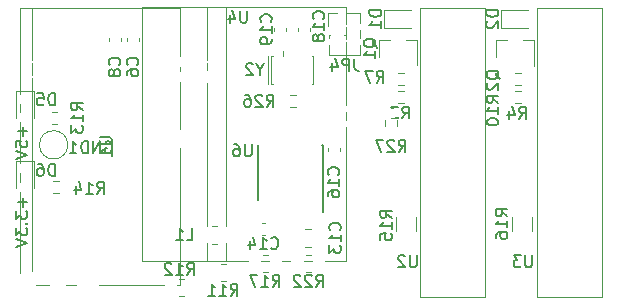
<source format=gbr>
%TF.GenerationSoftware,KiCad,Pcbnew,(5.1.10)-1*%
%TF.CreationDate,2022-01-17T02:07:02+07:00*%
%TF.ProjectId,Power_manager_v3,506f7765-725f-46d6-916e-616765725f76,rev?*%
%TF.SameCoordinates,Original*%
%TF.FileFunction,Legend,Bot*%
%TF.FilePolarity,Positive*%
%FSLAX46Y46*%
G04 Gerber Fmt 4.6, Leading zero omitted, Abs format (unit mm)*
G04 Created by KiCad (PCBNEW (5.1.10)-1) date 2022-01-17 02:07:02*
%MOMM*%
%LPD*%
G01*
G04 APERTURE LIST*
%ADD10C,0.150000*%
%ADD11C,0.120000*%
%ADD12C,1.000000*%
%ADD13R,1.000000X1.000000*%
%ADD14C,1.600000*%
%ADD15R,1.600000X1.600000*%
%ADD16R,2.400000X1.700000*%
%ADD17O,2.400000X1.700000*%
%ADD18O,1.700000X1.700000*%
%ADD19R,1.900000X2.700000*%
%ADD20O,1.000000X1.000000*%
%ADD21C,1.500000*%
%ADD22O,1.600000X1.600000*%
%ADD23C,2.000000*%
%ADD24R,0.400000X3.200000*%
%ADD25R,0.400000X1.000000*%
%ADD26R,0.800000X0.900000*%
%ADD27C,1.800000*%
%ADD28R,1.800000X1.800000*%
%ADD29R,1.800000X1.500000*%
G04 APERTURE END LIST*
D10*
X75941428Y-91142000D02*
X75941428Y-91903904D01*
X76322380Y-91522952D02*
X75560476Y-91522952D01*
X75322380Y-92284857D02*
X75322380Y-92903904D01*
X75703333Y-92570571D01*
X75703333Y-92713428D01*
X75750952Y-92808666D01*
X75798571Y-92856285D01*
X75893809Y-92903904D01*
X76131904Y-92903904D01*
X76227142Y-92856285D01*
X76274761Y-92808666D01*
X76322380Y-92713428D01*
X76322380Y-92427714D01*
X76274761Y-92332476D01*
X76227142Y-92284857D01*
X76227142Y-93332476D02*
X76274761Y-93380095D01*
X76322380Y-93332476D01*
X76274761Y-93284857D01*
X76227142Y-93332476D01*
X76322380Y-93332476D01*
X75322380Y-93713428D02*
X75322380Y-94332476D01*
X75703333Y-93999142D01*
X75703333Y-94142000D01*
X75750952Y-94237238D01*
X75798571Y-94284857D01*
X75893809Y-94332476D01*
X76131904Y-94332476D01*
X76227142Y-94284857D01*
X76274761Y-94237238D01*
X76322380Y-94142000D01*
X76322380Y-93856285D01*
X76274761Y-93761047D01*
X76227142Y-93713428D01*
X75322380Y-94618190D02*
X76322380Y-94951523D01*
X75322380Y-95284857D01*
X75941428Y-85125285D02*
X75941428Y-85887190D01*
X76322380Y-85506238D02*
X75560476Y-85506238D01*
X75322380Y-86839571D02*
X75322380Y-86363380D01*
X75798571Y-86315761D01*
X75750952Y-86363380D01*
X75703333Y-86458619D01*
X75703333Y-86696714D01*
X75750952Y-86791952D01*
X75798571Y-86839571D01*
X75893809Y-86887190D01*
X76131904Y-86887190D01*
X76227142Y-86839571D01*
X76274761Y-86791952D01*
X76322380Y-86696714D01*
X76322380Y-86458619D01*
X76274761Y-86363380D01*
X76227142Y-86315761D01*
X75322380Y-87172904D02*
X76322380Y-87506238D01*
X75322380Y-87839571D01*
D11*
%TO.C,U4*%
X93100500Y-75030000D02*
X93100500Y-96530000D01*
X103311500Y-96530000D02*
X86039500Y-96530000D01*
X91500500Y-75030000D02*
X91500500Y-96530000D01*
X103311500Y-75030000D02*
X86039500Y-75030000D01*
X103311500Y-75030000D02*
X103311500Y-96530000D01*
X86039500Y-75030000D02*
X86039500Y-96530000D01*
%TO.C,U1*%
X89208000Y-98543000D02*
X89208000Y-75043000D01*
X89208000Y-75043000D02*
X75708000Y-75043000D01*
X75708000Y-98543000D02*
X89208000Y-98543000D01*
X76708000Y-98543000D02*
X76708000Y-75043000D01*
X75708000Y-98543000D02*
X75708000Y-75043000D01*
%TO.C,JP4*%
X104505000Y-75502000D02*
X104505000Y-76324470D01*
X104505000Y-78209530D02*
X104505000Y-79032000D01*
X104505000Y-76939530D02*
X104505000Y-77594470D01*
X103300000Y-75502000D02*
X104505000Y-75502000D01*
X101845000Y-79032000D02*
X104505000Y-79032000D01*
X103300000Y-75502000D02*
X103300000Y-76068529D01*
X103300000Y-77195471D02*
X103300000Y-77338529D01*
X103246529Y-77392000D02*
X103103471Y-77392000D01*
X101976529Y-77392000D02*
X101845000Y-77392000D01*
X101845000Y-77392000D02*
X101845000Y-77594470D01*
X101845000Y-78209530D02*
X101845000Y-79032000D01*
X102540000Y-75502000D02*
X101780000Y-75502000D01*
X101780000Y-75502000D02*
X101780000Y-76632000D01*
%TO.C,R27*%
X106589500Y-84585742D02*
X106589500Y-85060258D01*
X107634500Y-84585742D02*
X107634500Y-85060258D01*
%TO.C,L1*%
X91922436Y-95020000D02*
X92376564Y-95020000D01*
X91922436Y-93550000D02*
X92376564Y-93550000D01*
%TO.C,C16*%
X101776000Y-86918420D02*
X101776000Y-87199580D01*
X102796000Y-86918420D02*
X102796000Y-87199580D01*
%TO.C,C14*%
X96444580Y-93267000D02*
X96163420Y-93267000D01*
X96444580Y-94287000D02*
X96163420Y-94287000D01*
%TO.C,GND1*%
X79737000Y-86665000D02*
G75*
G03*
X79737000Y-86665000I-1200000J0D01*
G01*
%TO.C,Y2*%
X100530000Y-81515000D02*
X100380000Y-81515000D01*
X100530000Y-79115000D02*
X100380000Y-79115000D01*
X97980000Y-79115000D02*
X97930000Y-79115000D01*
X96930000Y-79115000D02*
X97080000Y-79115000D01*
X96930000Y-81515000D02*
X97080000Y-81515000D01*
X96730000Y-79515000D02*
X96730000Y-79115000D01*
X96930000Y-79515000D02*
X96930000Y-79115000D01*
X100530000Y-79515000D02*
X100530000Y-79115000D01*
X96730000Y-81515000D02*
X96730000Y-79515000D01*
X97980000Y-79115000D02*
X97980000Y-78715000D01*
X96930000Y-79515000D02*
X96930000Y-81515000D01*
X100530000Y-81515000D02*
X100530000Y-79515000D01*
D10*
%TO.C,U6*%
X95807000Y-91297000D02*
X95807000Y-86647000D01*
X101332000Y-92372000D02*
X101332000Y-86672000D01*
X95807000Y-91297000D02*
X95832000Y-91297000D01*
X95807000Y-86647000D02*
X95832000Y-86647000D01*
X101332000Y-86672000D02*
X101232000Y-86672000D01*
D11*
%TO.C,R26*%
X99030258Y-83504500D02*
X98555742Y-83504500D01*
X99030258Y-82459500D02*
X98555742Y-82459500D01*
%TO.C,R22*%
X99876436Y-95963000D02*
X100330564Y-95963000D01*
X99876436Y-97433000D02*
X100330564Y-97433000D01*
%TO.C,R17*%
X96694564Y-97433000D02*
X96240436Y-97433000D01*
X96694564Y-95963000D02*
X96240436Y-95963000D01*
%TO.C,R12*%
X89582564Y-99465000D02*
X89128436Y-99465000D01*
X89582564Y-97995000D02*
X89128436Y-97995000D01*
%TO.C,R11*%
X93138564Y-98195000D02*
X92684436Y-98195000D01*
X93138564Y-96725000D02*
X92684436Y-96725000D01*
%TO.C,R7*%
X108175258Y-81599500D02*
X107700742Y-81599500D01*
X108175258Y-80554500D02*
X107700742Y-80554500D01*
%TO.C,R3*%
X108175258Y-83123500D02*
X107700742Y-83123500D01*
X108175258Y-82078500D02*
X107700742Y-82078500D01*
%TO.C,Q1*%
X106106000Y-77761000D02*
X106106000Y-79221000D01*
X109266000Y-77761000D02*
X109266000Y-79921000D01*
X109266000Y-77761000D02*
X108336000Y-77761000D01*
X106106000Y-77761000D02*
X107036000Y-77761000D01*
%TO.C,C19*%
X98224000Y-76732420D02*
X98224000Y-77013580D01*
X97204000Y-76732420D02*
X97204000Y-77013580D01*
%TO.C,C18*%
X100256000Y-76732420D02*
X100256000Y-77013580D01*
X99236000Y-76732420D02*
X99236000Y-77013580D01*
%TO.C,C13*%
X100327252Y-95274000D02*
X99804748Y-95274000D01*
X100327252Y-93804000D02*
X99804748Y-93804000D01*
%TO.C,C8*%
X83208000Y-77902580D02*
X83208000Y-77621420D01*
X84228000Y-77902580D02*
X84228000Y-77621420D01*
%TO.C,C6*%
X84758000Y-77902580D02*
X84758000Y-77621420D01*
X85778000Y-77902580D02*
X85778000Y-77621420D01*
%TO.C,R4*%
X118081258Y-83123500D02*
X117606742Y-83123500D01*
X118081258Y-82078500D02*
X117606742Y-82078500D01*
%TO.C,R10*%
X118081258Y-81599500D02*
X117606742Y-81599500D01*
X118081258Y-80554500D02*
X117606742Y-80554500D01*
%TO.C,Q2*%
X116012000Y-77793000D02*
X116012000Y-79253000D01*
X119172000Y-77793000D02*
X119172000Y-79953000D01*
X119172000Y-77793000D02*
X118242000Y-77793000D01*
X116012000Y-77793000D02*
X116942000Y-77793000D01*
%TO.C,R14*%
X78490742Y-89698500D02*
X78965258Y-89698500D01*
X78490742Y-90743500D02*
X78965258Y-90743500D01*
%TO.C,D6*%
X76859000Y-87999500D02*
X76859000Y-90284500D01*
X75389000Y-87999500D02*
X76859000Y-87999500D01*
X75389000Y-90284500D02*
X75389000Y-87999500D01*
%TO.C,U2*%
X115066000Y-75050000D02*
X115066000Y-99550000D01*
X115066000Y-75050000D02*
X109566000Y-75050000D01*
X109566000Y-75050000D02*
X109566000Y-99550000D01*
X115066000Y-99550000D02*
X109566000Y-99550000D01*
%TO.C,R16*%
X119011000Y-93972000D02*
X119011000Y-92772000D01*
X117311000Y-92772000D02*
X117311000Y-93972000D01*
%TO.C,R15*%
X109232000Y-93972000D02*
X109232000Y-92772000D01*
X107532000Y-92772000D02*
X107532000Y-93972000D01*
%TO.C,D2*%
X116384000Y-75262000D02*
X118669000Y-75262000D01*
X116384000Y-76732000D02*
X116384000Y-75262000D01*
X118669000Y-76732000D02*
X116384000Y-76732000D01*
%TO.C,D1*%
X106478000Y-75262000D02*
X108763000Y-75262000D01*
X106478000Y-76732000D02*
X106478000Y-75262000D01*
X108763000Y-76732000D02*
X106478000Y-76732000D01*
%TO.C,R13*%
X78362742Y-83856500D02*
X78837258Y-83856500D01*
X78362742Y-84901500D02*
X78837258Y-84901500D01*
%TO.C,D5*%
X76859000Y-82106500D02*
X76859000Y-84391500D01*
X75389000Y-82106500D02*
X76859000Y-82106500D01*
X75389000Y-84391500D02*
X75389000Y-82106500D01*
%TO.C,U3*%
X124972000Y-75050000D02*
X124972000Y-99550000D01*
X124972000Y-75050000D02*
X119472000Y-75050000D01*
X119472000Y-75050000D02*
X119472000Y-99550000D01*
X124972000Y-99550000D02*
X119472000Y-99550000D01*
%TO.C,U4*%
D10*
X94919904Y-75322380D02*
X94919904Y-76131904D01*
X94872285Y-76227142D01*
X94824666Y-76274761D01*
X94729428Y-76322380D01*
X94538952Y-76322380D01*
X94443714Y-76274761D01*
X94396095Y-76227142D01*
X94348476Y-76131904D01*
X94348476Y-75322380D01*
X93443714Y-75655714D02*
X93443714Y-76322380D01*
X93681809Y-75274761D02*
X93919904Y-75989047D01*
X93300857Y-75989047D01*
%TO.C,U1*%
X82460380Y-86031095D02*
X83269904Y-86031095D01*
X83365142Y-86078714D01*
X83412761Y-86126333D01*
X83460380Y-86221571D01*
X83460380Y-86412047D01*
X83412761Y-86507285D01*
X83365142Y-86554904D01*
X83269904Y-86602523D01*
X82460380Y-86602523D01*
X83460380Y-87602523D02*
X83460380Y-87031095D01*
X83460380Y-87316809D02*
X82460380Y-87316809D01*
X82603238Y-87221571D01*
X82698476Y-87126333D01*
X82746095Y-87031095D01*
%TO.C,JP4*%
X104008333Y-79386380D02*
X104008333Y-80100666D01*
X104055952Y-80243523D01*
X104151190Y-80338761D01*
X104294047Y-80386380D01*
X104389285Y-80386380D01*
X103532142Y-80386380D02*
X103532142Y-79386380D01*
X103151190Y-79386380D01*
X103055952Y-79434000D01*
X103008333Y-79481619D01*
X102960714Y-79576857D01*
X102960714Y-79719714D01*
X103008333Y-79814952D01*
X103055952Y-79862571D01*
X103151190Y-79910190D01*
X103532142Y-79910190D01*
X102103571Y-79719714D02*
X102103571Y-80386380D01*
X102341666Y-79338761D02*
X102579761Y-80053047D01*
X101960714Y-80053047D01*
%TO.C,R27*%
X107754857Y-87244380D02*
X108088190Y-86768190D01*
X108326285Y-87244380D02*
X108326285Y-86244380D01*
X107945333Y-86244380D01*
X107850095Y-86292000D01*
X107802476Y-86339619D01*
X107754857Y-86434857D01*
X107754857Y-86577714D01*
X107802476Y-86672952D01*
X107850095Y-86720571D01*
X107945333Y-86768190D01*
X108326285Y-86768190D01*
X107373904Y-86339619D02*
X107326285Y-86292000D01*
X107231047Y-86244380D01*
X106992952Y-86244380D01*
X106897714Y-86292000D01*
X106850095Y-86339619D01*
X106802476Y-86434857D01*
X106802476Y-86530095D01*
X106850095Y-86672952D01*
X107421523Y-87244380D01*
X106802476Y-87244380D01*
X106469142Y-86244380D02*
X105802476Y-86244380D01*
X106231047Y-87244380D01*
%TO.C,L1*%
X89799666Y-94737380D02*
X90275857Y-94737380D01*
X90275857Y-93737380D01*
X88942523Y-94737380D02*
X89513952Y-94737380D01*
X89228238Y-94737380D02*
X89228238Y-93737380D01*
X89323476Y-93880238D01*
X89418714Y-93975476D01*
X89513952Y-94023095D01*
%TO.C,C16*%
X102643142Y-89197142D02*
X102690761Y-89149523D01*
X102738380Y-89006666D01*
X102738380Y-88911428D01*
X102690761Y-88768571D01*
X102595523Y-88673333D01*
X102500285Y-88625714D01*
X102309809Y-88578095D01*
X102166952Y-88578095D01*
X101976476Y-88625714D01*
X101881238Y-88673333D01*
X101786000Y-88768571D01*
X101738380Y-88911428D01*
X101738380Y-89006666D01*
X101786000Y-89149523D01*
X101833619Y-89197142D01*
X102738380Y-90149523D02*
X102738380Y-89578095D01*
X102738380Y-89863809D02*
X101738380Y-89863809D01*
X101881238Y-89768571D01*
X101976476Y-89673333D01*
X102024095Y-89578095D01*
X101738380Y-91006666D02*
X101738380Y-90816190D01*
X101786000Y-90720952D01*
X101833619Y-90673333D01*
X101976476Y-90578095D01*
X102166952Y-90530476D01*
X102547904Y-90530476D01*
X102643142Y-90578095D01*
X102690761Y-90625714D01*
X102738380Y-90720952D01*
X102738380Y-90911428D01*
X102690761Y-91006666D01*
X102643142Y-91054285D01*
X102547904Y-91101904D01*
X102309809Y-91101904D01*
X102214571Y-91054285D01*
X102166952Y-91006666D01*
X102119333Y-90911428D01*
X102119333Y-90720952D01*
X102166952Y-90625714D01*
X102214571Y-90578095D01*
X102309809Y-90530476D01*
%TO.C,C14*%
X96959857Y-95404142D02*
X97007476Y-95451761D01*
X97150333Y-95499380D01*
X97245571Y-95499380D01*
X97388428Y-95451761D01*
X97483666Y-95356523D01*
X97531285Y-95261285D01*
X97578904Y-95070809D01*
X97578904Y-94927952D01*
X97531285Y-94737476D01*
X97483666Y-94642238D01*
X97388428Y-94547000D01*
X97245571Y-94499380D01*
X97150333Y-94499380D01*
X97007476Y-94547000D01*
X96959857Y-94594619D01*
X96007476Y-95499380D02*
X96578904Y-95499380D01*
X96293190Y-95499380D02*
X96293190Y-94499380D01*
X96388428Y-94642238D01*
X96483666Y-94737476D01*
X96578904Y-94785095D01*
X95150333Y-94832714D02*
X95150333Y-95499380D01*
X95388428Y-94451761D02*
X95626523Y-95166047D01*
X95007476Y-95166047D01*
%TO.C,GND1*%
X82950095Y-86419000D02*
X83045333Y-86371380D01*
X83188190Y-86371380D01*
X83331047Y-86419000D01*
X83426285Y-86514238D01*
X83473904Y-86609476D01*
X83521523Y-86799952D01*
X83521523Y-86942809D01*
X83473904Y-87133285D01*
X83426285Y-87228523D01*
X83331047Y-87323761D01*
X83188190Y-87371380D01*
X83092952Y-87371380D01*
X82950095Y-87323761D01*
X82902476Y-87276142D01*
X82902476Y-86942809D01*
X83092952Y-86942809D01*
X82473904Y-87371380D02*
X82473904Y-86371380D01*
X81902476Y-87371380D01*
X81902476Y-86371380D01*
X81426285Y-87371380D02*
X81426285Y-86371380D01*
X81188190Y-86371380D01*
X81045333Y-86419000D01*
X80950095Y-86514238D01*
X80902476Y-86609476D01*
X80854857Y-86799952D01*
X80854857Y-86942809D01*
X80902476Y-87133285D01*
X80950095Y-87228523D01*
X81045333Y-87323761D01*
X81188190Y-87371380D01*
X81426285Y-87371380D01*
X79902476Y-87371380D02*
X80473904Y-87371380D01*
X80188190Y-87371380D02*
X80188190Y-86371380D01*
X80283428Y-86514238D01*
X80378666Y-86609476D01*
X80473904Y-86657095D01*
%TO.C,Y2*%
X96031190Y-80291190D02*
X96031190Y-80767380D01*
X96364523Y-79767380D02*
X96031190Y-80291190D01*
X95697857Y-79767380D01*
X95412142Y-79862619D02*
X95364523Y-79815000D01*
X95269285Y-79767380D01*
X95031190Y-79767380D01*
X94935952Y-79815000D01*
X94888333Y-79862619D01*
X94840714Y-79957857D01*
X94840714Y-80053095D01*
X94888333Y-80195952D01*
X95459761Y-80767380D01*
X94840714Y-80767380D01*
%TO.C,U6*%
X95300904Y-86625380D02*
X95300904Y-87434904D01*
X95253285Y-87530142D01*
X95205666Y-87577761D01*
X95110428Y-87625380D01*
X94919952Y-87625380D01*
X94824714Y-87577761D01*
X94777095Y-87530142D01*
X94729476Y-87434904D01*
X94729476Y-86625380D01*
X93824714Y-86625380D02*
X94015190Y-86625380D01*
X94110428Y-86673000D01*
X94158047Y-86720619D01*
X94253285Y-86863476D01*
X94300904Y-87053952D01*
X94300904Y-87434904D01*
X94253285Y-87530142D01*
X94205666Y-87577761D01*
X94110428Y-87625380D01*
X93919952Y-87625380D01*
X93824714Y-87577761D01*
X93777095Y-87530142D01*
X93729476Y-87434904D01*
X93729476Y-87196809D01*
X93777095Y-87101571D01*
X93824714Y-87053952D01*
X93919952Y-87006333D01*
X94110428Y-87006333D01*
X94205666Y-87053952D01*
X94253285Y-87101571D01*
X94300904Y-87196809D01*
%TO.C,R26*%
X96578857Y-83434380D02*
X96912190Y-82958190D01*
X97150285Y-83434380D02*
X97150285Y-82434380D01*
X96769333Y-82434380D01*
X96674095Y-82482000D01*
X96626476Y-82529619D01*
X96578857Y-82624857D01*
X96578857Y-82767714D01*
X96626476Y-82862952D01*
X96674095Y-82910571D01*
X96769333Y-82958190D01*
X97150285Y-82958190D01*
X96197904Y-82529619D02*
X96150285Y-82482000D01*
X96055047Y-82434380D01*
X95816952Y-82434380D01*
X95721714Y-82482000D01*
X95674095Y-82529619D01*
X95626476Y-82624857D01*
X95626476Y-82720095D01*
X95674095Y-82862952D01*
X96245523Y-83434380D01*
X95626476Y-83434380D01*
X94769333Y-82434380D02*
X94959809Y-82434380D01*
X95055047Y-82482000D01*
X95102666Y-82529619D01*
X95197904Y-82672476D01*
X95245523Y-82862952D01*
X95245523Y-83243904D01*
X95197904Y-83339142D01*
X95150285Y-83386761D01*
X95055047Y-83434380D01*
X94864571Y-83434380D01*
X94769333Y-83386761D01*
X94721714Y-83339142D01*
X94674095Y-83243904D01*
X94674095Y-83005809D01*
X94721714Y-82910571D01*
X94769333Y-82862952D01*
X94864571Y-82815333D01*
X95055047Y-82815333D01*
X95150285Y-82862952D01*
X95197904Y-82910571D01*
X95245523Y-83005809D01*
%TO.C,R22*%
X100769857Y-98674380D02*
X101103190Y-98198190D01*
X101341285Y-98674380D02*
X101341285Y-97674380D01*
X100960333Y-97674380D01*
X100865095Y-97722000D01*
X100817476Y-97769619D01*
X100769857Y-97864857D01*
X100769857Y-98007714D01*
X100817476Y-98102952D01*
X100865095Y-98150571D01*
X100960333Y-98198190D01*
X101341285Y-98198190D01*
X100388904Y-97769619D02*
X100341285Y-97722000D01*
X100246047Y-97674380D01*
X100007952Y-97674380D01*
X99912714Y-97722000D01*
X99865095Y-97769619D01*
X99817476Y-97864857D01*
X99817476Y-97960095D01*
X99865095Y-98102952D01*
X100436523Y-98674380D01*
X99817476Y-98674380D01*
X99436523Y-97769619D02*
X99388904Y-97722000D01*
X99293666Y-97674380D01*
X99055571Y-97674380D01*
X98960333Y-97722000D01*
X98912714Y-97769619D01*
X98865095Y-97864857D01*
X98865095Y-97960095D01*
X98912714Y-98102952D01*
X99484142Y-98674380D01*
X98865095Y-98674380D01*
%TO.C,R17*%
X97086857Y-98674380D02*
X97420190Y-98198190D01*
X97658285Y-98674380D02*
X97658285Y-97674380D01*
X97277333Y-97674380D01*
X97182095Y-97722000D01*
X97134476Y-97769619D01*
X97086857Y-97864857D01*
X97086857Y-98007714D01*
X97134476Y-98102952D01*
X97182095Y-98150571D01*
X97277333Y-98198190D01*
X97658285Y-98198190D01*
X96134476Y-98674380D02*
X96705904Y-98674380D01*
X96420190Y-98674380D02*
X96420190Y-97674380D01*
X96515428Y-97817238D01*
X96610666Y-97912476D01*
X96705904Y-97960095D01*
X95801142Y-97674380D02*
X95134476Y-97674380D01*
X95563047Y-98674380D01*
%TO.C,R12*%
X89847857Y-97658380D02*
X90181190Y-97182190D01*
X90419285Y-97658380D02*
X90419285Y-96658380D01*
X90038333Y-96658380D01*
X89943095Y-96706000D01*
X89895476Y-96753619D01*
X89847857Y-96848857D01*
X89847857Y-96991714D01*
X89895476Y-97086952D01*
X89943095Y-97134571D01*
X90038333Y-97182190D01*
X90419285Y-97182190D01*
X88895476Y-97658380D02*
X89466904Y-97658380D01*
X89181190Y-97658380D02*
X89181190Y-96658380D01*
X89276428Y-96801238D01*
X89371666Y-96896476D01*
X89466904Y-96944095D01*
X88514523Y-96753619D02*
X88466904Y-96706000D01*
X88371666Y-96658380D01*
X88133571Y-96658380D01*
X88038333Y-96706000D01*
X87990714Y-96753619D01*
X87943095Y-96848857D01*
X87943095Y-96944095D01*
X87990714Y-97086952D01*
X88562142Y-97658380D01*
X87943095Y-97658380D01*
%TO.C,R11*%
X93530857Y-99436380D02*
X93864190Y-98960190D01*
X94102285Y-99436380D02*
X94102285Y-98436380D01*
X93721333Y-98436380D01*
X93626095Y-98484000D01*
X93578476Y-98531619D01*
X93530857Y-98626857D01*
X93530857Y-98769714D01*
X93578476Y-98864952D01*
X93626095Y-98912571D01*
X93721333Y-98960190D01*
X94102285Y-98960190D01*
X92578476Y-99436380D02*
X93149904Y-99436380D01*
X92864190Y-99436380D02*
X92864190Y-98436380D01*
X92959428Y-98579238D01*
X93054666Y-98674476D01*
X93149904Y-98722095D01*
X91626095Y-99436380D02*
X92197523Y-99436380D01*
X91911809Y-99436380D02*
X91911809Y-98436380D01*
X92007047Y-98579238D01*
X92102285Y-98674476D01*
X92197523Y-98722095D01*
%TO.C,R7*%
X105882666Y-81402380D02*
X106216000Y-80926190D01*
X106454095Y-81402380D02*
X106454095Y-80402380D01*
X106073142Y-80402380D01*
X105977904Y-80450000D01*
X105930285Y-80497619D01*
X105882666Y-80592857D01*
X105882666Y-80735714D01*
X105930285Y-80830952D01*
X105977904Y-80878571D01*
X106073142Y-80926190D01*
X106454095Y-80926190D01*
X105549333Y-80402380D02*
X104882666Y-80402380D01*
X105311238Y-81402380D01*
%TO.C,R3*%
X108040666Y-84424980D02*
X108374000Y-83948790D01*
X108612095Y-84424980D02*
X108612095Y-83424980D01*
X108231142Y-83424980D01*
X108135904Y-83472600D01*
X108088285Y-83520219D01*
X108040666Y-83615457D01*
X108040666Y-83758314D01*
X108088285Y-83853552D01*
X108135904Y-83901171D01*
X108231142Y-83948790D01*
X108612095Y-83948790D01*
X107707333Y-83424980D02*
X107088285Y-83424980D01*
X107421619Y-83805933D01*
X107278761Y-83805933D01*
X107183523Y-83853552D01*
X107135904Y-83901171D01*
X107088285Y-83996409D01*
X107088285Y-84234504D01*
X107135904Y-84329742D01*
X107183523Y-84377361D01*
X107278761Y-84424980D01*
X107564476Y-84424980D01*
X107659714Y-84377361D01*
X107707333Y-84329742D01*
%TO.C,Q1*%
X105881619Y-78425761D02*
X105834000Y-78330523D01*
X105738761Y-78235285D01*
X105595904Y-78092428D01*
X105548285Y-77997190D01*
X105548285Y-77901952D01*
X105786380Y-77949571D02*
X105738761Y-77854333D01*
X105643523Y-77759095D01*
X105453047Y-77711476D01*
X105119714Y-77711476D01*
X104929238Y-77759095D01*
X104834000Y-77854333D01*
X104786380Y-77949571D01*
X104786380Y-78140047D01*
X104834000Y-78235285D01*
X104929238Y-78330523D01*
X105119714Y-78378142D01*
X105453047Y-78378142D01*
X105643523Y-78330523D01*
X105738761Y-78235285D01*
X105786380Y-78140047D01*
X105786380Y-77949571D01*
X105786380Y-79330523D02*
X105786380Y-78759095D01*
X105786380Y-79044809D02*
X104786380Y-79044809D01*
X104929238Y-78949571D01*
X105024476Y-78854333D01*
X105072095Y-78759095D01*
%TO.C,C19*%
X96928142Y-76243142D02*
X96975761Y-76195523D01*
X97023380Y-76052666D01*
X97023380Y-75957428D01*
X96975761Y-75814571D01*
X96880523Y-75719333D01*
X96785285Y-75671714D01*
X96594809Y-75624095D01*
X96451952Y-75624095D01*
X96261476Y-75671714D01*
X96166238Y-75719333D01*
X96071000Y-75814571D01*
X96023380Y-75957428D01*
X96023380Y-76052666D01*
X96071000Y-76195523D01*
X96118619Y-76243142D01*
X97023380Y-77195523D02*
X97023380Y-76624095D01*
X97023380Y-76909809D02*
X96023380Y-76909809D01*
X96166238Y-76814571D01*
X96261476Y-76719333D01*
X96309095Y-76624095D01*
X97023380Y-77671714D02*
X97023380Y-77862190D01*
X96975761Y-77957428D01*
X96928142Y-78005047D01*
X96785285Y-78100285D01*
X96594809Y-78147904D01*
X96213857Y-78147904D01*
X96118619Y-78100285D01*
X96071000Y-78052666D01*
X96023380Y-77957428D01*
X96023380Y-77766952D01*
X96071000Y-77671714D01*
X96118619Y-77624095D01*
X96213857Y-77576476D01*
X96451952Y-77576476D01*
X96547190Y-77624095D01*
X96594809Y-77671714D01*
X96642428Y-77766952D01*
X96642428Y-77957428D01*
X96594809Y-78052666D01*
X96547190Y-78100285D01*
X96451952Y-78147904D01*
%TO.C,C18*%
X101373142Y-75989142D02*
X101420761Y-75941523D01*
X101468380Y-75798666D01*
X101468380Y-75703428D01*
X101420761Y-75560571D01*
X101325523Y-75465333D01*
X101230285Y-75417714D01*
X101039809Y-75370095D01*
X100896952Y-75370095D01*
X100706476Y-75417714D01*
X100611238Y-75465333D01*
X100516000Y-75560571D01*
X100468380Y-75703428D01*
X100468380Y-75798666D01*
X100516000Y-75941523D01*
X100563619Y-75989142D01*
X101468380Y-76941523D02*
X101468380Y-76370095D01*
X101468380Y-76655809D02*
X100468380Y-76655809D01*
X100611238Y-76560571D01*
X100706476Y-76465333D01*
X100754095Y-76370095D01*
X100896952Y-77512952D02*
X100849333Y-77417714D01*
X100801714Y-77370095D01*
X100706476Y-77322476D01*
X100658857Y-77322476D01*
X100563619Y-77370095D01*
X100516000Y-77417714D01*
X100468380Y-77512952D01*
X100468380Y-77703428D01*
X100516000Y-77798666D01*
X100563619Y-77846285D01*
X100658857Y-77893904D01*
X100706476Y-77893904D01*
X100801714Y-77846285D01*
X100849333Y-77798666D01*
X100896952Y-77703428D01*
X100896952Y-77512952D01*
X100944571Y-77417714D01*
X100992190Y-77370095D01*
X101087428Y-77322476D01*
X101277904Y-77322476D01*
X101373142Y-77370095D01*
X101420761Y-77417714D01*
X101468380Y-77512952D01*
X101468380Y-77703428D01*
X101420761Y-77798666D01*
X101373142Y-77846285D01*
X101277904Y-77893904D01*
X101087428Y-77893904D01*
X100992190Y-77846285D01*
X100944571Y-77798666D01*
X100896952Y-77703428D01*
%TO.C,C13*%
X102770142Y-93896142D02*
X102817761Y-93848523D01*
X102865380Y-93705666D01*
X102865380Y-93610428D01*
X102817761Y-93467571D01*
X102722523Y-93372333D01*
X102627285Y-93324714D01*
X102436809Y-93277095D01*
X102293952Y-93277095D01*
X102103476Y-93324714D01*
X102008238Y-93372333D01*
X101913000Y-93467571D01*
X101865380Y-93610428D01*
X101865380Y-93705666D01*
X101913000Y-93848523D01*
X101960619Y-93896142D01*
X102865380Y-94848523D02*
X102865380Y-94277095D01*
X102865380Y-94562809D02*
X101865380Y-94562809D01*
X102008238Y-94467571D01*
X102103476Y-94372333D01*
X102151095Y-94277095D01*
X101865380Y-95181857D02*
X101865380Y-95800904D01*
X102246333Y-95467571D01*
X102246333Y-95610428D01*
X102293952Y-95705666D01*
X102341571Y-95753285D01*
X102436809Y-95800904D01*
X102674904Y-95800904D01*
X102770142Y-95753285D01*
X102817761Y-95705666D01*
X102865380Y-95610428D01*
X102865380Y-95324714D01*
X102817761Y-95229476D01*
X102770142Y-95181857D01*
%TO.C,C8*%
X84101142Y-79894333D02*
X84148761Y-79846714D01*
X84196380Y-79703857D01*
X84196380Y-79608619D01*
X84148761Y-79465761D01*
X84053523Y-79370523D01*
X83958285Y-79322904D01*
X83767809Y-79275285D01*
X83624952Y-79275285D01*
X83434476Y-79322904D01*
X83339238Y-79370523D01*
X83244000Y-79465761D01*
X83196380Y-79608619D01*
X83196380Y-79703857D01*
X83244000Y-79846714D01*
X83291619Y-79894333D01*
X83624952Y-80465761D02*
X83577333Y-80370523D01*
X83529714Y-80322904D01*
X83434476Y-80275285D01*
X83386857Y-80275285D01*
X83291619Y-80322904D01*
X83244000Y-80370523D01*
X83196380Y-80465761D01*
X83196380Y-80656238D01*
X83244000Y-80751476D01*
X83291619Y-80799095D01*
X83386857Y-80846714D01*
X83434476Y-80846714D01*
X83529714Y-80799095D01*
X83577333Y-80751476D01*
X83624952Y-80656238D01*
X83624952Y-80465761D01*
X83672571Y-80370523D01*
X83720190Y-80322904D01*
X83815428Y-80275285D01*
X84005904Y-80275285D01*
X84101142Y-80322904D01*
X84148761Y-80370523D01*
X84196380Y-80465761D01*
X84196380Y-80656238D01*
X84148761Y-80751476D01*
X84101142Y-80799095D01*
X84005904Y-80846714D01*
X83815428Y-80846714D01*
X83720190Y-80799095D01*
X83672571Y-80751476D01*
X83624952Y-80656238D01*
%TO.C,C6*%
X85625142Y-79894333D02*
X85672761Y-79846714D01*
X85720380Y-79703857D01*
X85720380Y-79608619D01*
X85672761Y-79465761D01*
X85577523Y-79370523D01*
X85482285Y-79322904D01*
X85291809Y-79275285D01*
X85148952Y-79275285D01*
X84958476Y-79322904D01*
X84863238Y-79370523D01*
X84768000Y-79465761D01*
X84720380Y-79608619D01*
X84720380Y-79703857D01*
X84768000Y-79846714D01*
X84815619Y-79894333D01*
X84720380Y-80751476D02*
X84720380Y-80561000D01*
X84768000Y-80465761D01*
X84815619Y-80418142D01*
X84958476Y-80322904D01*
X85148952Y-80275285D01*
X85529904Y-80275285D01*
X85625142Y-80322904D01*
X85672761Y-80370523D01*
X85720380Y-80465761D01*
X85720380Y-80656238D01*
X85672761Y-80751476D01*
X85625142Y-80799095D01*
X85529904Y-80846714D01*
X85291809Y-80846714D01*
X85196571Y-80799095D01*
X85148952Y-80751476D01*
X85101333Y-80656238D01*
X85101333Y-80465761D01*
X85148952Y-80370523D01*
X85196571Y-80322904D01*
X85291809Y-80275285D01*
%TO.C,R4*%
X117946666Y-84450380D02*
X118280000Y-83974190D01*
X118518095Y-84450380D02*
X118518095Y-83450380D01*
X118137142Y-83450380D01*
X118041904Y-83498000D01*
X117994285Y-83545619D01*
X117946666Y-83640857D01*
X117946666Y-83783714D01*
X117994285Y-83878952D01*
X118041904Y-83926571D01*
X118137142Y-83974190D01*
X118518095Y-83974190D01*
X117089523Y-83783714D02*
X117089523Y-84450380D01*
X117327619Y-83402761D02*
X117565714Y-84117047D01*
X116946666Y-84117047D01*
%TO.C,R10*%
X116200380Y-83101142D02*
X115724190Y-82767809D01*
X116200380Y-82529714D02*
X115200380Y-82529714D01*
X115200380Y-82910666D01*
X115248000Y-83005904D01*
X115295619Y-83053523D01*
X115390857Y-83101142D01*
X115533714Y-83101142D01*
X115628952Y-83053523D01*
X115676571Y-83005904D01*
X115724190Y-82910666D01*
X115724190Y-82529714D01*
X116200380Y-84053523D02*
X116200380Y-83482095D01*
X116200380Y-83767809D02*
X115200380Y-83767809D01*
X115343238Y-83672571D01*
X115438476Y-83577333D01*
X115486095Y-83482095D01*
X115200380Y-84672571D02*
X115200380Y-84767809D01*
X115248000Y-84863047D01*
X115295619Y-84910666D01*
X115390857Y-84958285D01*
X115581333Y-85005904D01*
X115819428Y-85005904D01*
X116009904Y-84958285D01*
X116105142Y-84910666D01*
X116152761Y-84863047D01*
X116200380Y-84767809D01*
X116200380Y-84672571D01*
X116152761Y-84577333D01*
X116105142Y-84529714D01*
X116009904Y-84482095D01*
X115819428Y-84434476D01*
X115581333Y-84434476D01*
X115390857Y-84482095D01*
X115295619Y-84529714D01*
X115248000Y-84577333D01*
X115200380Y-84672571D01*
%TO.C,Q2*%
X116295619Y-81108761D02*
X116248000Y-81013523D01*
X116152761Y-80918285D01*
X116009904Y-80775428D01*
X115962285Y-80680190D01*
X115962285Y-80584952D01*
X116200380Y-80632571D02*
X116152761Y-80537333D01*
X116057523Y-80442095D01*
X115867047Y-80394476D01*
X115533714Y-80394476D01*
X115343238Y-80442095D01*
X115248000Y-80537333D01*
X115200380Y-80632571D01*
X115200380Y-80823047D01*
X115248000Y-80918285D01*
X115343238Y-81013523D01*
X115533714Y-81061142D01*
X115867047Y-81061142D01*
X116057523Y-81013523D01*
X116152761Y-80918285D01*
X116200380Y-80823047D01*
X116200380Y-80632571D01*
X115295619Y-81442095D02*
X115248000Y-81489714D01*
X115200380Y-81584952D01*
X115200380Y-81823047D01*
X115248000Y-81918285D01*
X115295619Y-81965904D01*
X115390857Y-82013523D01*
X115486095Y-82013523D01*
X115628952Y-81965904D01*
X116200380Y-81394476D01*
X116200380Y-82013523D01*
%TO.C,R14*%
X82227857Y-90800380D02*
X82561190Y-90324190D01*
X82799285Y-90800380D02*
X82799285Y-89800380D01*
X82418333Y-89800380D01*
X82323095Y-89848000D01*
X82275476Y-89895619D01*
X82227857Y-89990857D01*
X82227857Y-90133714D01*
X82275476Y-90228952D01*
X82323095Y-90276571D01*
X82418333Y-90324190D01*
X82799285Y-90324190D01*
X81275476Y-90800380D02*
X81846904Y-90800380D01*
X81561190Y-90800380D02*
X81561190Y-89800380D01*
X81656428Y-89943238D01*
X81751666Y-90038476D01*
X81846904Y-90086095D01*
X80418333Y-90133714D02*
X80418333Y-90800380D01*
X80656428Y-89752761D02*
X80894523Y-90467047D01*
X80275476Y-90467047D01*
%TO.C,D6*%
X78640095Y-89276380D02*
X78640095Y-88276380D01*
X78402000Y-88276380D01*
X78259142Y-88324000D01*
X78163904Y-88419238D01*
X78116285Y-88514476D01*
X78068666Y-88704952D01*
X78068666Y-88847809D01*
X78116285Y-89038285D01*
X78163904Y-89133523D01*
X78259142Y-89228761D01*
X78402000Y-89276380D01*
X78640095Y-89276380D01*
X77211523Y-88276380D02*
X77402000Y-88276380D01*
X77497238Y-88324000D01*
X77544857Y-88371619D01*
X77640095Y-88514476D01*
X77687714Y-88704952D01*
X77687714Y-89085904D01*
X77640095Y-89181142D01*
X77592476Y-89228761D01*
X77497238Y-89276380D01*
X77306761Y-89276380D01*
X77211523Y-89228761D01*
X77163904Y-89181142D01*
X77116285Y-89085904D01*
X77116285Y-88847809D01*
X77163904Y-88752571D01*
X77211523Y-88704952D01*
X77306761Y-88657333D01*
X77497238Y-88657333D01*
X77592476Y-88704952D01*
X77640095Y-88752571D01*
X77687714Y-88847809D01*
%TO.C,U2*%
X109270904Y-96023380D02*
X109270904Y-96832904D01*
X109223285Y-96928142D01*
X109175666Y-96975761D01*
X109080428Y-97023380D01*
X108889952Y-97023380D01*
X108794714Y-96975761D01*
X108747095Y-96928142D01*
X108699476Y-96832904D01*
X108699476Y-96023380D01*
X108270904Y-96118619D02*
X108223285Y-96071000D01*
X108128047Y-96023380D01*
X107889952Y-96023380D01*
X107794714Y-96071000D01*
X107747095Y-96118619D01*
X107699476Y-96213857D01*
X107699476Y-96309095D01*
X107747095Y-96451952D01*
X108318523Y-97023380D01*
X107699476Y-97023380D01*
%TO.C,R16*%
X116962380Y-92705142D02*
X116486190Y-92371809D01*
X116962380Y-92133714D02*
X115962380Y-92133714D01*
X115962380Y-92514666D01*
X116010000Y-92609904D01*
X116057619Y-92657523D01*
X116152857Y-92705142D01*
X116295714Y-92705142D01*
X116390952Y-92657523D01*
X116438571Y-92609904D01*
X116486190Y-92514666D01*
X116486190Y-92133714D01*
X116962380Y-93657523D02*
X116962380Y-93086095D01*
X116962380Y-93371809D02*
X115962380Y-93371809D01*
X116105238Y-93276571D01*
X116200476Y-93181333D01*
X116248095Y-93086095D01*
X115962380Y-94514666D02*
X115962380Y-94324190D01*
X116010000Y-94228952D01*
X116057619Y-94181333D01*
X116200476Y-94086095D01*
X116390952Y-94038476D01*
X116771904Y-94038476D01*
X116867142Y-94086095D01*
X116914761Y-94133714D01*
X116962380Y-94228952D01*
X116962380Y-94419428D01*
X116914761Y-94514666D01*
X116867142Y-94562285D01*
X116771904Y-94609904D01*
X116533809Y-94609904D01*
X116438571Y-94562285D01*
X116390952Y-94514666D01*
X116343333Y-94419428D01*
X116343333Y-94228952D01*
X116390952Y-94133714D01*
X116438571Y-94086095D01*
X116533809Y-94038476D01*
%TO.C,R15*%
X107183380Y-92832142D02*
X106707190Y-92498809D01*
X107183380Y-92260714D02*
X106183380Y-92260714D01*
X106183380Y-92641666D01*
X106231000Y-92736904D01*
X106278619Y-92784523D01*
X106373857Y-92832142D01*
X106516714Y-92832142D01*
X106611952Y-92784523D01*
X106659571Y-92736904D01*
X106707190Y-92641666D01*
X106707190Y-92260714D01*
X107183380Y-93784523D02*
X107183380Y-93213095D01*
X107183380Y-93498809D02*
X106183380Y-93498809D01*
X106326238Y-93403571D01*
X106421476Y-93308333D01*
X106469095Y-93213095D01*
X106183380Y-94689285D02*
X106183380Y-94213095D01*
X106659571Y-94165476D01*
X106611952Y-94213095D01*
X106564333Y-94308333D01*
X106564333Y-94546428D01*
X106611952Y-94641666D01*
X106659571Y-94689285D01*
X106754809Y-94736904D01*
X106992904Y-94736904D01*
X107088142Y-94689285D01*
X107135761Y-94641666D01*
X107183380Y-94546428D01*
X107183380Y-94308333D01*
X107135761Y-94213095D01*
X107088142Y-94165476D01*
%TO.C,D2*%
X116187880Y-75258904D02*
X115187880Y-75258904D01*
X115187880Y-75497000D01*
X115235500Y-75639857D01*
X115330738Y-75735095D01*
X115425976Y-75782714D01*
X115616452Y-75830333D01*
X115759309Y-75830333D01*
X115949785Y-75782714D01*
X116045023Y-75735095D01*
X116140261Y-75639857D01*
X116187880Y-75497000D01*
X116187880Y-75258904D01*
X115283119Y-76211285D02*
X115235500Y-76258904D01*
X115187880Y-76354142D01*
X115187880Y-76592238D01*
X115235500Y-76687476D01*
X115283119Y-76735095D01*
X115378357Y-76782714D01*
X115473595Y-76782714D01*
X115616452Y-76735095D01*
X116187880Y-76163666D01*
X116187880Y-76782714D01*
%TO.C,D1*%
X106281880Y-75258904D02*
X105281880Y-75258904D01*
X105281880Y-75497000D01*
X105329500Y-75639857D01*
X105424738Y-75735095D01*
X105519976Y-75782714D01*
X105710452Y-75830333D01*
X105853309Y-75830333D01*
X106043785Y-75782714D01*
X106139023Y-75735095D01*
X106234261Y-75639857D01*
X106281880Y-75497000D01*
X106281880Y-75258904D01*
X106281880Y-76782714D02*
X106281880Y-76211285D01*
X106281880Y-76497000D02*
X105281880Y-76497000D01*
X105424738Y-76401761D01*
X105519976Y-76306523D01*
X105567595Y-76211285D01*
%TO.C,R13*%
X81021380Y-83736142D02*
X80545190Y-83402809D01*
X81021380Y-83164714D02*
X80021380Y-83164714D01*
X80021380Y-83545666D01*
X80069000Y-83640904D01*
X80116619Y-83688523D01*
X80211857Y-83736142D01*
X80354714Y-83736142D01*
X80449952Y-83688523D01*
X80497571Y-83640904D01*
X80545190Y-83545666D01*
X80545190Y-83164714D01*
X81021380Y-84688523D02*
X81021380Y-84117095D01*
X81021380Y-84402809D02*
X80021380Y-84402809D01*
X80164238Y-84307571D01*
X80259476Y-84212333D01*
X80307095Y-84117095D01*
X80021380Y-85021857D02*
X80021380Y-85640904D01*
X80402333Y-85307571D01*
X80402333Y-85450428D01*
X80449952Y-85545666D01*
X80497571Y-85593285D01*
X80592809Y-85640904D01*
X80830904Y-85640904D01*
X80926142Y-85593285D01*
X80973761Y-85545666D01*
X81021380Y-85450428D01*
X81021380Y-85164714D01*
X80973761Y-85069476D01*
X80926142Y-85021857D01*
%TO.C,D5*%
X78640095Y-83307380D02*
X78640095Y-82307380D01*
X78402000Y-82307380D01*
X78259142Y-82355000D01*
X78163904Y-82450238D01*
X78116285Y-82545476D01*
X78068666Y-82735952D01*
X78068666Y-82878809D01*
X78116285Y-83069285D01*
X78163904Y-83164523D01*
X78259142Y-83259761D01*
X78402000Y-83307380D01*
X78640095Y-83307380D01*
X77163904Y-82307380D02*
X77640095Y-82307380D01*
X77687714Y-82783571D01*
X77640095Y-82735952D01*
X77544857Y-82688333D01*
X77306761Y-82688333D01*
X77211523Y-82735952D01*
X77163904Y-82783571D01*
X77116285Y-82878809D01*
X77116285Y-83116904D01*
X77163904Y-83212142D01*
X77211523Y-83259761D01*
X77306761Y-83307380D01*
X77544857Y-83307380D01*
X77640095Y-83259761D01*
X77687714Y-83212142D01*
%TO.C,U3*%
X119049904Y-96023380D02*
X119049904Y-96832904D01*
X119002285Y-96928142D01*
X118954666Y-96975761D01*
X118859428Y-97023380D01*
X118668952Y-97023380D01*
X118573714Y-96975761D01*
X118526095Y-96928142D01*
X118478476Y-96832904D01*
X118478476Y-96023380D01*
X118097523Y-96023380D02*
X117478476Y-96023380D01*
X117811809Y-96404333D01*
X117668952Y-96404333D01*
X117573714Y-96451952D01*
X117526095Y-96499571D01*
X117478476Y-96594809D01*
X117478476Y-96832904D01*
X117526095Y-96928142D01*
X117573714Y-96975761D01*
X117668952Y-97023380D01*
X117954666Y-97023380D01*
X118049904Y-96975761D01*
X118097523Y-96928142D01*
%TD*%
%LPC*%
D12*
%TO.C,U7*%
X104191000Y-84887000D03*
X104191000Y-83617000D03*
X102921000Y-84887000D03*
X102921000Y-83617000D03*
X101651000Y-84887000D03*
D13*
X101651000Y-83617000D03*
D12*
X84379000Y-84887000D03*
X84379000Y-83617000D03*
X83109000Y-84887000D03*
X83109000Y-83617000D03*
X81839000Y-84887000D03*
D13*
X81839000Y-83617000D03*
%TD*%
D14*
%TO.C,U4*%
X87427000Y-94158000D03*
X87427000Y-91618000D03*
X87436500Y-89078000D03*
X87427000Y-83998000D03*
X87427000Y-81458000D03*
X87427000Y-78918000D03*
D15*
X87427000Y-76378000D03*
%TD*%
D16*
%TO.C,U1*%
X81458000Y-97333000D03*
D17*
X81458000Y-92253000D03*
X81458000Y-79553000D03*
X81458000Y-77013000D03*
%TD*%
D18*
%TO.C,J4*%
X118542000Y-98222000D03*
X121082000Y-98222000D03*
D19*
X123622000Y-97714000D03*
%TD*%
D18*
%TO.C,J3*%
X108636000Y-98222000D03*
X111176000Y-98222000D03*
D19*
X113716000Y-97714000D03*
%TD*%
D18*
%TO.C,J1*%
X76378000Y-98222000D03*
X78918000Y-98222000D03*
D19*
X81458000Y-97714000D03*
%TD*%
D20*
%TO.C,JP4*%
X103810000Y-77902000D03*
X103810000Y-76632000D03*
X102540000Y-77902000D03*
D13*
X102540000Y-76632000D03*
%TD*%
D20*
%TO.C,J6*%
X89459000Y-79680000D03*
X89459000Y-80950000D03*
X90729000Y-79680000D03*
X90729000Y-80950000D03*
X91999000Y-79680000D03*
D13*
X91999000Y-80950000D03*
%TD*%
D21*
%TO.C,KP1*%
X89205000Y-86157000D03*
%TD*%
D22*
%TO.C,F1*%
X112700000Y-85522000D03*
D14*
X112700000Y-93142000D03*
%TD*%
%TO.C,R27*%
G36*
G01*
X106837000Y-85248000D02*
X107387000Y-85248000D01*
G75*
G02*
X107587000Y-85448000I0J-200000D01*
G01*
X107587000Y-85848000D01*
G75*
G02*
X107387000Y-86048000I-200000J0D01*
G01*
X106837000Y-86048000D01*
G75*
G02*
X106637000Y-85848000I0J200000D01*
G01*
X106637000Y-85448000D01*
G75*
G02*
X106837000Y-85248000I200000J0D01*
G01*
G37*
G36*
G01*
X106837000Y-83598000D02*
X107387000Y-83598000D01*
G75*
G02*
X107587000Y-83798000I0J-200000D01*
G01*
X107587000Y-84198000D01*
G75*
G02*
X107387000Y-84398000I-200000J0D01*
G01*
X106837000Y-84398000D01*
G75*
G02*
X106637000Y-84198000I0J200000D01*
G01*
X106637000Y-83798000D01*
G75*
G02*
X106837000Y-83598000I200000J0D01*
G01*
G37*
%TD*%
%TO.C,L1*%
G36*
G01*
X92549500Y-94735001D02*
X92549500Y-93834999D01*
G75*
G02*
X92799499Y-93585000I249999J0D01*
G01*
X93324501Y-93585000D01*
G75*
G02*
X93574500Y-93834999I0J-249999D01*
G01*
X93574500Y-94735001D01*
G75*
G02*
X93324501Y-94985000I-249999J0D01*
G01*
X92799499Y-94985000D01*
G75*
G02*
X92549500Y-94735001I0J249999D01*
G01*
G37*
G36*
G01*
X90724500Y-94735001D02*
X90724500Y-93834999D01*
G75*
G02*
X90974499Y-93585000I249999J0D01*
G01*
X91499501Y-93585000D01*
G75*
G02*
X91749500Y-93834999I0J-249999D01*
G01*
X91749500Y-94735001D01*
G75*
G02*
X91499501Y-94985000I-249999J0D01*
G01*
X90974499Y-94985000D01*
G75*
G02*
X90724500Y-94735001I0J249999D01*
G01*
G37*
%TD*%
%TO.C,C16*%
G36*
G01*
X102036000Y-87384000D02*
X102536000Y-87384000D01*
G75*
G02*
X102761000Y-87609000I0J-225000D01*
G01*
X102761000Y-88059000D01*
G75*
G02*
X102536000Y-88284000I-225000J0D01*
G01*
X102036000Y-88284000D01*
G75*
G02*
X101811000Y-88059000I0J225000D01*
G01*
X101811000Y-87609000D01*
G75*
G02*
X102036000Y-87384000I225000J0D01*
G01*
G37*
G36*
G01*
X102036000Y-85834000D02*
X102536000Y-85834000D01*
G75*
G02*
X102761000Y-86059000I0J-225000D01*
G01*
X102761000Y-86509000D01*
G75*
G02*
X102536000Y-86734000I-225000J0D01*
G01*
X102036000Y-86734000D01*
G75*
G02*
X101811000Y-86509000I0J225000D01*
G01*
X101811000Y-86059000D01*
G75*
G02*
X102036000Y-85834000I225000J0D01*
G01*
G37*
%TD*%
%TO.C,C14*%
G36*
G01*
X95979000Y-93527000D02*
X95979000Y-94027000D01*
G75*
G02*
X95754000Y-94252000I-225000J0D01*
G01*
X95304000Y-94252000D01*
G75*
G02*
X95079000Y-94027000I0J225000D01*
G01*
X95079000Y-93527000D01*
G75*
G02*
X95304000Y-93302000I225000J0D01*
G01*
X95754000Y-93302000D01*
G75*
G02*
X95979000Y-93527000I0J-225000D01*
G01*
G37*
G36*
G01*
X97529000Y-93527000D02*
X97529000Y-94027000D01*
G75*
G02*
X97304000Y-94252000I-225000J0D01*
G01*
X96854000Y-94252000D01*
G75*
G02*
X96629000Y-94027000I0J225000D01*
G01*
X96629000Y-93527000D01*
G75*
G02*
X96854000Y-93302000I225000J0D01*
G01*
X97304000Y-93302000D01*
G75*
G02*
X97529000Y-93527000I0J-225000D01*
G01*
G37*
%TD*%
D23*
%TO.C,GND1*%
X78537000Y-86665000D03*
%TD*%
D24*
%TO.C,Y2*%
X99930000Y-80315000D03*
X98730000Y-80315000D03*
X97530000Y-80315000D03*
%TD*%
D25*
%TO.C,U6*%
X100807000Y-86072000D03*
X100157000Y-86072000D03*
X99507000Y-86072000D03*
X98857000Y-86072000D03*
X98207000Y-86072000D03*
X97557000Y-86072000D03*
X96907000Y-86072000D03*
X96257000Y-86072000D03*
X96257000Y-91872000D03*
X96907000Y-91872000D03*
X97557000Y-91872000D03*
X98207000Y-91872000D03*
X98857000Y-91872000D03*
X99507000Y-91872000D03*
X100157000Y-91872000D03*
X100807000Y-91872000D03*
%TD*%
%TO.C,R26*%
G36*
G01*
X98368000Y-82707000D02*
X98368000Y-83257000D01*
G75*
G02*
X98168000Y-83457000I-200000J0D01*
G01*
X97768000Y-83457000D01*
G75*
G02*
X97568000Y-83257000I0J200000D01*
G01*
X97568000Y-82707000D01*
G75*
G02*
X97768000Y-82507000I200000J0D01*
G01*
X98168000Y-82507000D01*
G75*
G02*
X98368000Y-82707000I0J-200000D01*
G01*
G37*
G36*
G01*
X100018000Y-82707000D02*
X100018000Y-83257000D01*
G75*
G02*
X99818000Y-83457000I-200000J0D01*
G01*
X99418000Y-83457000D01*
G75*
G02*
X99218000Y-83257000I0J200000D01*
G01*
X99218000Y-82707000D01*
G75*
G02*
X99418000Y-82507000I200000J0D01*
G01*
X99818000Y-82507000D01*
G75*
G02*
X100018000Y-82707000I0J-200000D01*
G01*
G37*
%TD*%
%TO.C,R22*%
G36*
G01*
X100503500Y-97148001D02*
X100503500Y-96247999D01*
G75*
G02*
X100753499Y-95998000I249999J0D01*
G01*
X101278501Y-95998000D01*
G75*
G02*
X101528500Y-96247999I0J-249999D01*
G01*
X101528500Y-97148001D01*
G75*
G02*
X101278501Y-97398000I-249999J0D01*
G01*
X100753499Y-97398000D01*
G75*
G02*
X100503500Y-97148001I0J249999D01*
G01*
G37*
G36*
G01*
X98678500Y-97148001D02*
X98678500Y-96247999D01*
G75*
G02*
X98928499Y-95998000I249999J0D01*
G01*
X99453501Y-95998000D01*
G75*
G02*
X99703500Y-96247999I0J-249999D01*
G01*
X99703500Y-97148001D01*
G75*
G02*
X99453501Y-97398000I-249999J0D01*
G01*
X98928499Y-97398000D01*
G75*
G02*
X98678500Y-97148001I0J249999D01*
G01*
G37*
%TD*%
%TO.C,R17*%
G36*
G01*
X96067500Y-96247999D02*
X96067500Y-97148001D01*
G75*
G02*
X95817501Y-97398000I-249999J0D01*
G01*
X95292499Y-97398000D01*
G75*
G02*
X95042500Y-97148001I0J249999D01*
G01*
X95042500Y-96247999D01*
G75*
G02*
X95292499Y-95998000I249999J0D01*
G01*
X95817501Y-95998000D01*
G75*
G02*
X96067500Y-96247999I0J-249999D01*
G01*
G37*
G36*
G01*
X97892500Y-96247999D02*
X97892500Y-97148001D01*
G75*
G02*
X97642501Y-97398000I-249999J0D01*
G01*
X97117499Y-97398000D01*
G75*
G02*
X96867500Y-97148001I0J249999D01*
G01*
X96867500Y-96247999D01*
G75*
G02*
X97117499Y-95998000I249999J0D01*
G01*
X97642501Y-95998000D01*
G75*
G02*
X97892500Y-96247999I0J-249999D01*
G01*
G37*
%TD*%
%TO.C,R12*%
G36*
G01*
X88955500Y-98279999D02*
X88955500Y-99180001D01*
G75*
G02*
X88705501Y-99430000I-249999J0D01*
G01*
X88180499Y-99430000D01*
G75*
G02*
X87930500Y-99180001I0J249999D01*
G01*
X87930500Y-98279999D01*
G75*
G02*
X88180499Y-98030000I249999J0D01*
G01*
X88705501Y-98030000D01*
G75*
G02*
X88955500Y-98279999I0J-249999D01*
G01*
G37*
G36*
G01*
X90780500Y-98279999D02*
X90780500Y-99180001D01*
G75*
G02*
X90530501Y-99430000I-249999J0D01*
G01*
X90005499Y-99430000D01*
G75*
G02*
X89755500Y-99180001I0J249999D01*
G01*
X89755500Y-98279999D01*
G75*
G02*
X90005499Y-98030000I249999J0D01*
G01*
X90530501Y-98030000D01*
G75*
G02*
X90780500Y-98279999I0J-249999D01*
G01*
G37*
%TD*%
%TO.C,R11*%
G36*
G01*
X92511500Y-97009999D02*
X92511500Y-97910001D01*
G75*
G02*
X92261501Y-98160000I-249999J0D01*
G01*
X91736499Y-98160000D01*
G75*
G02*
X91486500Y-97910001I0J249999D01*
G01*
X91486500Y-97009999D01*
G75*
G02*
X91736499Y-96760000I249999J0D01*
G01*
X92261501Y-96760000D01*
G75*
G02*
X92511500Y-97009999I0J-249999D01*
G01*
G37*
G36*
G01*
X94336500Y-97009999D02*
X94336500Y-97910001D01*
G75*
G02*
X94086501Y-98160000I-249999J0D01*
G01*
X93561499Y-98160000D01*
G75*
G02*
X93311500Y-97910001I0J249999D01*
G01*
X93311500Y-97009999D01*
G75*
G02*
X93561499Y-96760000I249999J0D01*
G01*
X94086501Y-96760000D01*
G75*
G02*
X94336500Y-97009999I0J-249999D01*
G01*
G37*
%TD*%
%TO.C,R7*%
G36*
G01*
X107513000Y-80802000D02*
X107513000Y-81352000D01*
G75*
G02*
X107313000Y-81552000I-200000J0D01*
G01*
X106913000Y-81552000D01*
G75*
G02*
X106713000Y-81352000I0J200000D01*
G01*
X106713000Y-80802000D01*
G75*
G02*
X106913000Y-80602000I200000J0D01*
G01*
X107313000Y-80602000D01*
G75*
G02*
X107513000Y-80802000I0J-200000D01*
G01*
G37*
G36*
G01*
X109163000Y-80802000D02*
X109163000Y-81352000D01*
G75*
G02*
X108963000Y-81552000I-200000J0D01*
G01*
X108563000Y-81552000D01*
G75*
G02*
X108363000Y-81352000I0J200000D01*
G01*
X108363000Y-80802000D01*
G75*
G02*
X108563000Y-80602000I200000J0D01*
G01*
X108963000Y-80602000D01*
G75*
G02*
X109163000Y-80802000I0J-200000D01*
G01*
G37*
%TD*%
%TO.C,R3*%
G36*
G01*
X107513000Y-82326000D02*
X107513000Y-82876000D01*
G75*
G02*
X107313000Y-83076000I-200000J0D01*
G01*
X106913000Y-83076000D01*
G75*
G02*
X106713000Y-82876000I0J200000D01*
G01*
X106713000Y-82326000D01*
G75*
G02*
X106913000Y-82126000I200000J0D01*
G01*
X107313000Y-82126000D01*
G75*
G02*
X107513000Y-82326000I0J-200000D01*
G01*
G37*
G36*
G01*
X109163000Y-82326000D02*
X109163000Y-82876000D01*
G75*
G02*
X108963000Y-83076000I-200000J0D01*
G01*
X108563000Y-83076000D01*
G75*
G02*
X108363000Y-82876000I0J200000D01*
G01*
X108363000Y-82326000D01*
G75*
G02*
X108563000Y-82126000I200000J0D01*
G01*
X108963000Y-82126000D01*
G75*
G02*
X109163000Y-82326000I0J-200000D01*
G01*
G37*
%TD*%
D26*
%TO.C,Q1*%
X107686000Y-77521000D03*
X106736000Y-79521000D03*
X108636000Y-79521000D03*
%TD*%
%TO.C,C19*%
G36*
G01*
X97464000Y-77198000D02*
X97964000Y-77198000D01*
G75*
G02*
X98189000Y-77423000I0J-225000D01*
G01*
X98189000Y-77873000D01*
G75*
G02*
X97964000Y-78098000I-225000J0D01*
G01*
X97464000Y-78098000D01*
G75*
G02*
X97239000Y-77873000I0J225000D01*
G01*
X97239000Y-77423000D01*
G75*
G02*
X97464000Y-77198000I225000J0D01*
G01*
G37*
G36*
G01*
X97464000Y-75648000D02*
X97964000Y-75648000D01*
G75*
G02*
X98189000Y-75873000I0J-225000D01*
G01*
X98189000Y-76323000D01*
G75*
G02*
X97964000Y-76548000I-225000J0D01*
G01*
X97464000Y-76548000D01*
G75*
G02*
X97239000Y-76323000I0J225000D01*
G01*
X97239000Y-75873000D01*
G75*
G02*
X97464000Y-75648000I225000J0D01*
G01*
G37*
%TD*%
%TO.C,C18*%
G36*
G01*
X99496000Y-77198000D02*
X99996000Y-77198000D01*
G75*
G02*
X100221000Y-77423000I0J-225000D01*
G01*
X100221000Y-77873000D01*
G75*
G02*
X99996000Y-78098000I-225000J0D01*
G01*
X99496000Y-78098000D01*
G75*
G02*
X99271000Y-77873000I0J225000D01*
G01*
X99271000Y-77423000D01*
G75*
G02*
X99496000Y-77198000I225000J0D01*
G01*
G37*
G36*
G01*
X99496000Y-75648000D02*
X99996000Y-75648000D01*
G75*
G02*
X100221000Y-75873000I0J-225000D01*
G01*
X100221000Y-76323000D01*
G75*
G02*
X99996000Y-76548000I-225000J0D01*
G01*
X99496000Y-76548000D01*
G75*
G02*
X99271000Y-76323000I0J225000D01*
G01*
X99271000Y-75873000D01*
G75*
G02*
X99496000Y-75648000I225000J0D01*
G01*
G37*
%TD*%
%TO.C,C13*%
G36*
G01*
X99616000Y-94064000D02*
X99616000Y-95014000D01*
G75*
G02*
X99366000Y-95264000I-250000J0D01*
G01*
X98866000Y-95264000D01*
G75*
G02*
X98616000Y-95014000I0J250000D01*
G01*
X98616000Y-94064000D01*
G75*
G02*
X98866000Y-93814000I250000J0D01*
G01*
X99366000Y-93814000D01*
G75*
G02*
X99616000Y-94064000I0J-250000D01*
G01*
G37*
G36*
G01*
X101516000Y-94064000D02*
X101516000Y-95014000D01*
G75*
G02*
X101266000Y-95264000I-250000J0D01*
G01*
X100766000Y-95264000D01*
G75*
G02*
X100516000Y-95014000I0J250000D01*
G01*
X100516000Y-94064000D01*
G75*
G02*
X100766000Y-93814000I250000J0D01*
G01*
X101266000Y-93814000D01*
G75*
G02*
X101516000Y-94064000I0J-250000D01*
G01*
G37*
%TD*%
%TO.C,C8*%
G36*
G01*
X83968000Y-77437000D02*
X83468000Y-77437000D01*
G75*
G02*
X83243000Y-77212000I0J225000D01*
G01*
X83243000Y-76762000D01*
G75*
G02*
X83468000Y-76537000I225000J0D01*
G01*
X83968000Y-76537000D01*
G75*
G02*
X84193000Y-76762000I0J-225000D01*
G01*
X84193000Y-77212000D01*
G75*
G02*
X83968000Y-77437000I-225000J0D01*
G01*
G37*
G36*
G01*
X83968000Y-78987000D02*
X83468000Y-78987000D01*
G75*
G02*
X83243000Y-78762000I0J225000D01*
G01*
X83243000Y-78312000D01*
G75*
G02*
X83468000Y-78087000I225000J0D01*
G01*
X83968000Y-78087000D01*
G75*
G02*
X84193000Y-78312000I0J-225000D01*
G01*
X84193000Y-78762000D01*
G75*
G02*
X83968000Y-78987000I-225000J0D01*
G01*
G37*
%TD*%
%TO.C,C6*%
G36*
G01*
X85518000Y-77437000D02*
X85018000Y-77437000D01*
G75*
G02*
X84793000Y-77212000I0J225000D01*
G01*
X84793000Y-76762000D01*
G75*
G02*
X85018000Y-76537000I225000J0D01*
G01*
X85518000Y-76537000D01*
G75*
G02*
X85743000Y-76762000I0J-225000D01*
G01*
X85743000Y-77212000D01*
G75*
G02*
X85518000Y-77437000I-225000J0D01*
G01*
G37*
G36*
G01*
X85518000Y-78987000D02*
X85018000Y-78987000D01*
G75*
G02*
X84793000Y-78762000I0J225000D01*
G01*
X84793000Y-78312000D01*
G75*
G02*
X85018000Y-78087000I225000J0D01*
G01*
X85518000Y-78087000D01*
G75*
G02*
X85743000Y-78312000I0J-225000D01*
G01*
X85743000Y-78762000D01*
G75*
G02*
X85518000Y-78987000I-225000J0D01*
G01*
G37*
%TD*%
%TO.C,R4*%
G36*
G01*
X117419000Y-82326000D02*
X117419000Y-82876000D01*
G75*
G02*
X117219000Y-83076000I-200000J0D01*
G01*
X116819000Y-83076000D01*
G75*
G02*
X116619000Y-82876000I0J200000D01*
G01*
X116619000Y-82326000D01*
G75*
G02*
X116819000Y-82126000I200000J0D01*
G01*
X117219000Y-82126000D01*
G75*
G02*
X117419000Y-82326000I0J-200000D01*
G01*
G37*
G36*
G01*
X119069000Y-82326000D02*
X119069000Y-82876000D01*
G75*
G02*
X118869000Y-83076000I-200000J0D01*
G01*
X118469000Y-83076000D01*
G75*
G02*
X118269000Y-82876000I0J200000D01*
G01*
X118269000Y-82326000D01*
G75*
G02*
X118469000Y-82126000I200000J0D01*
G01*
X118869000Y-82126000D01*
G75*
G02*
X119069000Y-82326000I0J-200000D01*
G01*
G37*
%TD*%
%TO.C,R10*%
G36*
G01*
X117419000Y-80802000D02*
X117419000Y-81352000D01*
G75*
G02*
X117219000Y-81552000I-200000J0D01*
G01*
X116819000Y-81552000D01*
G75*
G02*
X116619000Y-81352000I0J200000D01*
G01*
X116619000Y-80802000D01*
G75*
G02*
X116819000Y-80602000I200000J0D01*
G01*
X117219000Y-80602000D01*
G75*
G02*
X117419000Y-80802000I0J-200000D01*
G01*
G37*
G36*
G01*
X119069000Y-80802000D02*
X119069000Y-81352000D01*
G75*
G02*
X118869000Y-81552000I-200000J0D01*
G01*
X118469000Y-81552000D01*
G75*
G02*
X118269000Y-81352000I0J200000D01*
G01*
X118269000Y-80802000D01*
G75*
G02*
X118469000Y-80602000I200000J0D01*
G01*
X118869000Y-80602000D01*
G75*
G02*
X119069000Y-80802000I0J-200000D01*
G01*
G37*
%TD*%
%TO.C,Q2*%
X117592000Y-77553000D03*
X116642000Y-79553000D03*
X118542000Y-79553000D03*
%TD*%
%TO.C,R14*%
G36*
G01*
X79153000Y-90496000D02*
X79153000Y-89946000D01*
G75*
G02*
X79353000Y-89746000I200000J0D01*
G01*
X79753000Y-89746000D01*
G75*
G02*
X79953000Y-89946000I0J-200000D01*
G01*
X79953000Y-90496000D01*
G75*
G02*
X79753000Y-90696000I-200000J0D01*
G01*
X79353000Y-90696000D01*
G75*
G02*
X79153000Y-90496000I0J200000D01*
G01*
G37*
G36*
G01*
X77503000Y-90496000D02*
X77503000Y-89946000D01*
G75*
G02*
X77703000Y-89746000I200000J0D01*
G01*
X78103000Y-89746000D01*
G75*
G02*
X78303000Y-89946000I0J-200000D01*
G01*
X78303000Y-90496000D01*
G75*
G02*
X78103000Y-90696000I-200000J0D01*
G01*
X77703000Y-90696000D01*
G75*
G02*
X77503000Y-90496000I0J200000D01*
G01*
G37*
%TD*%
%TO.C,D6*%
G36*
G01*
X75867750Y-89834500D02*
X76380250Y-89834500D01*
G75*
G02*
X76599000Y-90053250I0J-218750D01*
G01*
X76599000Y-90490750D01*
G75*
G02*
X76380250Y-90709500I-218750J0D01*
G01*
X75867750Y-90709500D01*
G75*
G02*
X75649000Y-90490750I0J218750D01*
G01*
X75649000Y-90053250D01*
G75*
G02*
X75867750Y-89834500I218750J0D01*
G01*
G37*
G36*
G01*
X75867750Y-88259500D02*
X76380250Y-88259500D01*
G75*
G02*
X76599000Y-88478250I0J-218750D01*
G01*
X76599000Y-88915750D01*
G75*
G02*
X76380250Y-89134500I-218750J0D01*
G01*
X75867750Y-89134500D01*
G75*
G02*
X75649000Y-88915750I0J218750D01*
G01*
X75649000Y-88478250D01*
G75*
G02*
X75867750Y-88259500I218750J0D01*
G01*
G37*
%TD*%
D27*
%TO.C,U2*%
X113716000Y-77140000D03*
X113716000Y-79680000D03*
X113716000Y-89840000D03*
D28*
X113716000Y-97460000D03*
%TD*%
D29*
%TO.C,R16*%
X118161000Y-91872000D03*
X118161000Y-94872000D03*
%TD*%
%TO.C,R15*%
X108382000Y-91872000D03*
X108382000Y-94872000D03*
%TD*%
%TO.C,D2*%
G36*
G01*
X118219000Y-76253250D02*
X118219000Y-75740750D01*
G75*
G02*
X118437750Y-75522000I218750J0D01*
G01*
X118875250Y-75522000D01*
G75*
G02*
X119094000Y-75740750I0J-218750D01*
G01*
X119094000Y-76253250D01*
G75*
G02*
X118875250Y-76472000I-218750J0D01*
G01*
X118437750Y-76472000D01*
G75*
G02*
X118219000Y-76253250I0J218750D01*
G01*
G37*
G36*
G01*
X116644000Y-76253250D02*
X116644000Y-75740750D01*
G75*
G02*
X116862750Y-75522000I218750J0D01*
G01*
X117300250Y-75522000D01*
G75*
G02*
X117519000Y-75740750I0J-218750D01*
G01*
X117519000Y-76253250D01*
G75*
G02*
X117300250Y-76472000I-218750J0D01*
G01*
X116862750Y-76472000D01*
G75*
G02*
X116644000Y-76253250I0J218750D01*
G01*
G37*
%TD*%
%TO.C,D1*%
G36*
G01*
X108313000Y-76253250D02*
X108313000Y-75740750D01*
G75*
G02*
X108531750Y-75522000I218750J0D01*
G01*
X108969250Y-75522000D01*
G75*
G02*
X109188000Y-75740750I0J-218750D01*
G01*
X109188000Y-76253250D01*
G75*
G02*
X108969250Y-76472000I-218750J0D01*
G01*
X108531750Y-76472000D01*
G75*
G02*
X108313000Y-76253250I0J218750D01*
G01*
G37*
G36*
G01*
X106738000Y-76253250D02*
X106738000Y-75740750D01*
G75*
G02*
X106956750Y-75522000I218750J0D01*
G01*
X107394250Y-75522000D01*
G75*
G02*
X107613000Y-75740750I0J-218750D01*
G01*
X107613000Y-76253250D01*
G75*
G02*
X107394250Y-76472000I-218750J0D01*
G01*
X106956750Y-76472000D01*
G75*
G02*
X106738000Y-76253250I0J218750D01*
G01*
G37*
%TD*%
%TO.C,R13*%
G36*
G01*
X79025000Y-84654000D02*
X79025000Y-84104000D01*
G75*
G02*
X79225000Y-83904000I200000J0D01*
G01*
X79625000Y-83904000D01*
G75*
G02*
X79825000Y-84104000I0J-200000D01*
G01*
X79825000Y-84654000D01*
G75*
G02*
X79625000Y-84854000I-200000J0D01*
G01*
X79225000Y-84854000D01*
G75*
G02*
X79025000Y-84654000I0J200000D01*
G01*
G37*
G36*
G01*
X77375000Y-84654000D02*
X77375000Y-84104000D01*
G75*
G02*
X77575000Y-83904000I200000J0D01*
G01*
X77975000Y-83904000D01*
G75*
G02*
X78175000Y-84104000I0J-200000D01*
G01*
X78175000Y-84654000D01*
G75*
G02*
X77975000Y-84854000I-200000J0D01*
G01*
X77575000Y-84854000D01*
G75*
G02*
X77375000Y-84654000I0J200000D01*
G01*
G37*
%TD*%
%TO.C,D5*%
G36*
G01*
X75867750Y-83941500D02*
X76380250Y-83941500D01*
G75*
G02*
X76599000Y-84160250I0J-218750D01*
G01*
X76599000Y-84597750D01*
G75*
G02*
X76380250Y-84816500I-218750J0D01*
G01*
X75867750Y-84816500D01*
G75*
G02*
X75649000Y-84597750I0J218750D01*
G01*
X75649000Y-84160250D01*
G75*
G02*
X75867750Y-83941500I218750J0D01*
G01*
G37*
G36*
G01*
X75867750Y-82366500D02*
X76380250Y-82366500D01*
G75*
G02*
X76599000Y-82585250I0J-218750D01*
G01*
X76599000Y-83022750D01*
G75*
G02*
X76380250Y-83241500I-218750J0D01*
G01*
X75867750Y-83241500D01*
G75*
G02*
X75649000Y-83022750I0J218750D01*
G01*
X75649000Y-82585250D01*
G75*
G02*
X75867750Y-82366500I218750J0D01*
G01*
G37*
%TD*%
D27*
%TO.C,U3*%
X123622000Y-77140000D03*
X123622000Y-79680000D03*
X123622000Y-89840000D03*
D28*
X123622000Y-97460000D03*
%TD*%
D20*
%TO.C,J2*%
X76251000Y-79680000D03*
X76251000Y-80950000D03*
X77521000Y-79680000D03*
X77521000Y-80950000D03*
X78791000Y-79680000D03*
D13*
X78791000Y-80950000D03*
%TD*%
D22*
%TO.C,F2*%
X122733000Y-85522000D03*
D14*
X122733000Y-93142000D03*
%TD*%
M02*

</source>
